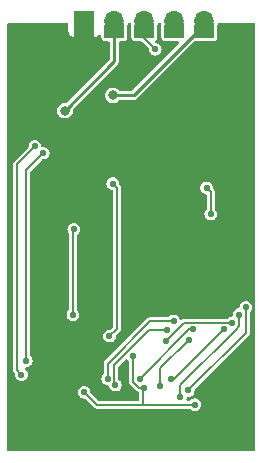
<source format=gbr>
%TF.GenerationSoftware,KiCad,Pcbnew,7.0.1*%
%TF.CreationDate,2024-03-13T19:30:43-07:00*%
%TF.ProjectId,camera_v1,63616d65-7261-45f7-9631-2e6b69636164,rev?*%
%TF.SameCoordinates,Original*%
%TF.FileFunction,Copper,L2,Bot*%
%TF.FilePolarity,Positive*%
%FSLAX46Y46*%
G04 Gerber Fmt 4.6, Leading zero omitted, Abs format (unit mm)*
G04 Created by KiCad (PCBNEW 7.0.1) date 2024-03-13 19:30:43*
%MOMM*%
%LPD*%
G01*
G04 APERTURE LIST*
%TA.AperFunction,ComponentPad*%
%ADD10R,1.700000X1.700000*%
%TD*%
%TA.AperFunction,ComponentPad*%
%ADD11O,1.700000X1.700000*%
%TD*%
%TA.AperFunction,ViaPad*%
%ADD12C,0.800000*%
%TD*%
%TA.AperFunction,ViaPad*%
%ADD13C,0.560000*%
%TD*%
%TA.AperFunction,Conductor*%
%ADD14C,0.152400*%
%TD*%
%TA.AperFunction,Conductor*%
%ADD15C,0.250000*%
%TD*%
G04 APERTURE END LIST*
D10*
%TO.P,J2,1,Pin_1*%
%TO.N,GND*%
X153690000Y-105660000D03*
D11*
%TO.P,J2,2,Pin_2*%
%TO.N,pwr_ctrl*%
X156230000Y-105660000D03*
%TO.P,J2,3,Pin_3*%
%TO.N,SDA1*%
X158770000Y-105660000D03*
%TO.P,J2,4,Pin_4*%
%TO.N,SCL1*%
X161310000Y-105660000D03*
%TO.P,J2,5,Pin_5*%
%TO.N,pwr_in*%
X163850000Y-105660000D03*
%TD*%
D12*
%TO.N,pwr_ctrl*%
X152050000Y-113250000D03*
%TO.N,GND*%
X152200000Y-115500000D03*
%TO.N,pwr_in*%
X156100000Y-111950000D03*
D13*
%TO.N,1.5V*%
X155814936Y-132336190D03*
X156100000Y-119420000D03*
%TO.N,+3V3*%
X153660000Y-137080000D03*
X158720000Y-136720000D03*
X157800000Y-134020498D03*
X163050000Y-138140000D03*
%TO.N,2.8V*%
X152721871Y-130542306D03*
X152790000Y-123300000D03*
%TO.N,VBUS_RESET {slash} PC*%
X166200000Y-131220000D03*
X160559894Y-132787623D03*
%TO.N,D9*%
X155662080Y-135956200D03*
X161260000Y-131050000D03*
%TO.N,D8*%
X160725819Y-131835819D03*
X156310000Y-136476482D03*
%TO.N,GND*%
X157244300Y-135782512D03*
X155900000Y-130730000D03*
X152080000Y-127190000D03*
X158400000Y-121690000D03*
X151450000Y-119510000D03*
X159060000Y-115880000D03*
X151290000Y-123420000D03*
X167180000Y-136720000D03*
X149540000Y-131190000D03*
X167440000Y-109020000D03*
X160930000Y-129440000D03*
%TO.N,ENABLE_BURN {slash} D7*%
X162880000Y-131749500D03*
X158355700Y-135950000D03*
%TO.N,D6*%
X162532876Y-132652876D03*
X160120000Y-136554840D03*
%TO.N,ENAB_RF {slash} D3*%
X164030000Y-119780000D03*
X164384300Y-122000027D03*
%TO.N,I2C_RESET {slash} D2*%
X165550000Y-131750000D03*
X161040860Y-135999140D03*
%TO.N,BURN_RELAY_A {slash} VS*%
X161810000Y-137520000D03*
X166800000Y-130510000D03*
%TO.N,HS*%
X162490000Y-136930000D03*
X167355700Y-129900000D03*
%TO.N,SDA1*%
X159692940Y-108052940D03*
X148760000Y-134430000D03*
X150200000Y-116835700D03*
%TO.N,SCL1*%
X148355000Y-135595000D03*
X149500000Y-116280000D03*
%TD*%
D14*
%TO.N,SCL1*%
X148001258Y-117778742D02*
X148001258Y-135241258D01*
X149500000Y-116280000D02*
X148001258Y-117778742D01*
X148001258Y-135241258D02*
X148355000Y-135595000D01*
%TO.N,SDA1*%
X148760000Y-118275700D02*
X148760000Y-134430000D01*
X150200000Y-116835700D02*
X148760000Y-118275700D01*
D15*
%TO.N,pwr_ctrl*%
X152050000Y-113250000D02*
X156230000Y-109070000D01*
X156230000Y-109070000D02*
X156230000Y-105975000D01*
%TO.N,pwr_in*%
X157875000Y-111950000D02*
X163850000Y-105975000D01*
X156100000Y-111950000D02*
X157875000Y-111950000D01*
D14*
%TO.N,1.5V*%
X155814936Y-132336190D02*
X156456200Y-131694926D01*
X156456200Y-131694926D02*
X156456200Y-119776200D01*
X156456200Y-119776200D02*
X156100000Y-119420000D01*
%TO.N,+3V3*%
X158339114Y-136720000D02*
X157800000Y-136180886D01*
X158720000Y-136720000D02*
X158670000Y-136770000D01*
X158670000Y-138140000D02*
X154720000Y-138140000D01*
X154720000Y-138140000D02*
X153660000Y-137080000D01*
X158670000Y-136770000D02*
X158670000Y-138140000D01*
X157800000Y-136180886D02*
X157800000Y-134020498D01*
X163050000Y-138140000D02*
X158670000Y-138140000D01*
X158720000Y-136720000D02*
X158339114Y-136720000D01*
%TO.N,2.8V*%
X152721871Y-123368129D02*
X152790000Y-123300000D01*
X152721871Y-130542306D02*
X152721871Y-123368129D01*
%TO.N,VBUS_RESET {slash} PC*%
X166173800Y-131193800D02*
X166200000Y-131220000D01*
X160559894Y-132787623D02*
X162153717Y-131193800D01*
X162153717Y-131193800D02*
X166173800Y-131193800D01*
%TO.N,D9*%
X155662080Y-135956200D02*
X155662080Y-134667920D01*
X159280000Y-131050000D02*
X161260000Y-131050000D01*
X155662080Y-134667920D02*
X159280000Y-131050000D01*
%TO.N,D8*%
X160725819Y-131835819D02*
X159198093Y-131835819D01*
X156218280Y-136384762D02*
X156310000Y-136476482D01*
X159198093Y-131835819D02*
X156218280Y-134815632D01*
X156218280Y-134815632D02*
X156218280Y-136384762D01*
%TO.N,ENABLE_BURN {slash} D7*%
X162556200Y-131749500D02*
X162880000Y-131749500D01*
X158355700Y-135950000D02*
X162556200Y-131749500D01*
%TO.N,D6*%
X160120000Y-135065752D02*
X162532876Y-132652876D01*
X160120000Y-136554840D02*
X160120000Y-135065752D01*
%TO.N,ENAB_RF {slash} D3*%
X164384300Y-122000027D02*
X164384300Y-120134300D01*
X164384300Y-120134300D02*
X164030000Y-119780000D01*
%TO.N,I2C_RESET {slash} D2*%
X161040860Y-135999140D02*
X161300860Y-135999140D01*
X161300860Y-135999140D02*
X165550000Y-131750000D01*
%TO.N,BURN_RELAY_A {slash} VS*%
X161810000Y-136500000D02*
X166520000Y-131790000D01*
X166800000Y-131510000D02*
X166800000Y-130510000D01*
X161810000Y-137520000D02*
X161810000Y-136500000D01*
X166520000Y-131790000D02*
X166800000Y-131510000D01*
%TO.N,HS*%
X167355700Y-132064300D02*
X167355700Y-129900000D01*
X162490000Y-136930000D02*
X167355700Y-132064300D01*
%TO.N,SDA1*%
X158770000Y-107130000D02*
X158770000Y-105853200D01*
X159692940Y-108052940D02*
X158770000Y-107130000D01*
%TD*%
%TA.AperFunction,Conductor*%
%TO.N,pwr_ctrl*%
G36*
X157018000Y-105867113D02*
G01*
X157063387Y-105912500D01*
X157080000Y-105974500D01*
X157080000Y-107006000D01*
X157063387Y-107068000D01*
X157018000Y-107113387D01*
X156956000Y-107130000D01*
X155504000Y-107130000D01*
X155442000Y-107113387D01*
X155396613Y-107068000D01*
X155380000Y-107006000D01*
X155380000Y-105974500D01*
X155396613Y-105912500D01*
X155442000Y-105867113D01*
X155504000Y-105850500D01*
X156956000Y-105850500D01*
X157018000Y-105867113D01*
G37*
%TD.AperFunction*%
%TD*%
%TA.AperFunction,Conductor*%
%TO.N,GND*%
G36*
X152278000Y-105867113D02*
G01*
X152323387Y-105912500D01*
X152340000Y-105974500D01*
X152340000Y-106557824D01*
X152346402Y-106617375D01*
X152396647Y-106752089D01*
X152482811Y-106867188D01*
X152597910Y-106953352D01*
X152732624Y-107003597D01*
X152792176Y-107010000D01*
X152840000Y-107010000D01*
X152840000Y-107130000D01*
X154540000Y-107130000D01*
X154540000Y-107010000D01*
X154587824Y-107010000D01*
X154647375Y-107003597D01*
X154782089Y-106953352D01*
X154897190Y-106867187D01*
X154897233Y-106867131D01*
X154944988Y-106828647D01*
X155005346Y-106817757D01*
X155063539Y-106837125D01*
X155105332Y-106882014D01*
X155120500Y-106941441D01*
X155120500Y-107006001D01*
X155129341Y-107073162D01*
X155129342Y-107073164D01*
X155145955Y-107135164D01*
X155171880Y-107197750D01*
X155213119Y-107251494D01*
X155258506Y-107296881D01*
X155312250Y-107338120D01*
X155374836Y-107364045D01*
X155436836Y-107380658D01*
X155470417Y-107385078D01*
X155503999Y-107389500D01*
X155504000Y-107389500D01*
X155726500Y-107389500D01*
X155788500Y-107406113D01*
X155833887Y-107451500D01*
X155850500Y-107513500D01*
X155850500Y-108861444D01*
X155841061Y-108908897D01*
X155814181Y-108949125D01*
X152204124Y-112559181D01*
X152163896Y-112586061D01*
X152116443Y-112595500D01*
X151970529Y-112595500D01*
X151939776Y-112603080D01*
X151816205Y-112633537D01*
X151675472Y-112707399D01*
X151556501Y-112812800D01*
X151466212Y-112943605D01*
X151409851Y-113092217D01*
X151390692Y-113250000D01*
X151409851Y-113407782D01*
X151466212Y-113556394D01*
X151466213Y-113556395D01*
X151556502Y-113687201D01*
X151664421Y-113782810D01*
X151675472Y-113792600D01*
X151816205Y-113866462D01*
X151816207Y-113866463D01*
X151970529Y-113904500D01*
X152129470Y-113904500D01*
X152129471Y-113904500D01*
X152283793Y-113866463D01*
X152424529Y-113792599D01*
X152543498Y-113687201D01*
X152633787Y-113556395D01*
X152690149Y-113407782D01*
X152709307Y-113250000D01*
X152703308Y-113200595D01*
X152709187Y-113145201D01*
X152738721Y-113097971D01*
X156461425Y-109375267D01*
X156481280Y-109359144D01*
X156490582Y-109353068D01*
X156510282Y-109327755D01*
X156520455Y-109316238D01*
X156520581Y-109316113D01*
X156532825Y-109298963D01*
X156535832Y-109294929D01*
X156568375Y-109253119D01*
X156568376Y-109253115D01*
X156573189Y-109246932D01*
X156573417Y-109246489D01*
X156590747Y-109188275D01*
X156592303Y-109183414D01*
X156609500Y-109133327D01*
X156609500Y-109133325D01*
X156612039Y-109125930D01*
X156612115Y-109125406D01*
X156609606Y-109064728D01*
X156609500Y-109059604D01*
X156609500Y-107513500D01*
X156626113Y-107451500D01*
X156671500Y-107406113D01*
X156733500Y-107389500D01*
X156956001Y-107389500D01*
X156978388Y-107386552D01*
X157023164Y-107380658D01*
X157085164Y-107364045D01*
X157147750Y-107338120D01*
X157201494Y-107296881D01*
X157246881Y-107251494D01*
X157288120Y-107197750D01*
X157314045Y-107135164D01*
X157330658Y-107073164D01*
X157336552Y-107028387D01*
X157339500Y-107006001D01*
X157339500Y-105974500D01*
X157356113Y-105912500D01*
X157401500Y-105867113D01*
X157463500Y-105850500D01*
X157536500Y-105850500D01*
X157598500Y-105867113D01*
X157643887Y-105912500D01*
X157660500Y-105974500D01*
X157660500Y-107006001D01*
X157669341Y-107073162D01*
X157669342Y-107073164D01*
X157685955Y-107135164D01*
X157711880Y-107197750D01*
X157753119Y-107251494D01*
X157798506Y-107296881D01*
X157852250Y-107338120D01*
X157914836Y-107364045D01*
X157976836Y-107380658D01*
X158010417Y-107385078D01*
X158043999Y-107389500D01*
X158044000Y-107389500D01*
X158510458Y-107389500D01*
X158557911Y-107398939D01*
X158598139Y-107425819D01*
X159118898Y-107946578D01*
X159148636Y-107994399D01*
X159154157Y-108050442D01*
X159153828Y-108052940D01*
X159172198Y-108192472D01*
X159226054Y-108322495D01*
X159311729Y-108434150D01*
X159423383Y-108519824D01*
X159423384Y-108519825D01*
X159553408Y-108573682D01*
X159692940Y-108592052D01*
X159832472Y-108573682D01*
X159962496Y-108519825D01*
X160074150Y-108434150D01*
X160159825Y-108322496D01*
X160213682Y-108192472D01*
X160232052Y-108052940D01*
X160213682Y-107913408D01*
X160159825Y-107783384D01*
X160074150Y-107671729D01*
X159962495Y-107586054D01*
X159832472Y-107532198D01*
X159789856Y-107526587D01*
X159735807Y-107505838D01*
X159697068Y-107462813D01*
X159682085Y-107406891D01*
X159694124Y-107350261D01*
X159730558Y-107305272D01*
X159741494Y-107296881D01*
X159786881Y-107251494D01*
X159828120Y-107197750D01*
X159854045Y-107135164D01*
X159870658Y-107073164D01*
X159876552Y-107028387D01*
X159879500Y-107006001D01*
X159879500Y-105974500D01*
X159896113Y-105912500D01*
X159941500Y-105867113D01*
X160003500Y-105850500D01*
X160076500Y-105850500D01*
X160138500Y-105867113D01*
X160183887Y-105912500D01*
X160200500Y-105974500D01*
X160200500Y-107006001D01*
X160209341Y-107073162D01*
X160209342Y-107073164D01*
X160225955Y-107135164D01*
X160251880Y-107197750D01*
X160293119Y-107251494D01*
X160338506Y-107296881D01*
X160392250Y-107338120D01*
X160454836Y-107364045D01*
X160516836Y-107380658D01*
X160550417Y-107385078D01*
X160583999Y-107389500D01*
X160584000Y-107389500D01*
X161599444Y-107389500D01*
X161655739Y-107403015D01*
X161699762Y-107440615D01*
X161721917Y-107494102D01*
X161717375Y-107551818D01*
X161687125Y-107601181D01*
X157754125Y-111534181D01*
X157713897Y-111561061D01*
X157666444Y-111570500D01*
X156698406Y-111570500D01*
X156640780Y-111556296D01*
X156596356Y-111516940D01*
X156593498Y-111512799D01*
X156474529Y-111407401D01*
X156474527Y-111407399D01*
X156333794Y-111333537D01*
X156256632Y-111314518D01*
X156179471Y-111295500D01*
X156020529Y-111295500D01*
X155969088Y-111308179D01*
X155866205Y-111333537D01*
X155725472Y-111407399D01*
X155606501Y-111512800D01*
X155516212Y-111643605D01*
X155459851Y-111792217D01*
X155440692Y-111950000D01*
X155459851Y-112107782D01*
X155516212Y-112256394D01*
X155538525Y-112288720D01*
X155606502Y-112387201D01*
X155714421Y-112482810D01*
X155725472Y-112492600D01*
X155852332Y-112559181D01*
X155866207Y-112566463D01*
X156020529Y-112604500D01*
X156179470Y-112604500D01*
X156179471Y-112604500D01*
X156333793Y-112566463D01*
X156474529Y-112492599D01*
X156593498Y-112387201D01*
X156596356Y-112383059D01*
X156640780Y-112343704D01*
X156698406Y-112329500D01*
X157822780Y-112329500D01*
X157848226Y-112332139D01*
X157849601Y-112332427D01*
X157859100Y-112334419D01*
X157890923Y-112330452D01*
X157906261Y-112329500D01*
X157906438Y-112329500D01*
X157906443Y-112329500D01*
X157927245Y-112326028D01*
X157932215Y-112325304D01*
X157984783Y-112318752D01*
X157984785Y-112318750D01*
X157992548Y-112317783D01*
X157993042Y-112317625D01*
X157999924Y-112313900D01*
X157999927Y-112313900D01*
X158046481Y-112288705D01*
X158050966Y-112286396D01*
X158098568Y-112263126D01*
X158098570Y-112263123D01*
X158105606Y-112259684D01*
X158106009Y-112259384D01*
X158111316Y-112253619D01*
X158147166Y-112214674D01*
X158150667Y-112211025D01*
X162946615Y-107415077D01*
X162994435Y-107385341D01*
X163050479Y-107379821D01*
X163056835Y-107380657D01*
X163056836Y-107380658D01*
X163084639Y-107384318D01*
X163123999Y-107389500D01*
X163124000Y-107389500D01*
X164576000Y-107389500D01*
X164576001Y-107389500D01*
X164598388Y-107386552D01*
X164643164Y-107380658D01*
X164705164Y-107364045D01*
X164767750Y-107338120D01*
X164821494Y-107296881D01*
X164866881Y-107251494D01*
X164908120Y-107197750D01*
X164934045Y-107135164D01*
X164950658Y-107073164D01*
X164956552Y-107028387D01*
X164959500Y-107006001D01*
X164959500Y-105974500D01*
X164976113Y-105912500D01*
X165021500Y-105867113D01*
X165083500Y-105850500D01*
X168035500Y-105850500D01*
X168097500Y-105867113D01*
X168142887Y-105912500D01*
X168159500Y-105974500D01*
X168159500Y-141945500D01*
X168142887Y-142007500D01*
X168097500Y-142052887D01*
X168035500Y-142069500D01*
X147274500Y-142069500D01*
X147212500Y-142052887D01*
X147167113Y-142007500D01*
X147150500Y-141945500D01*
X147150500Y-137080000D01*
X153120887Y-137080000D01*
X153139258Y-137219532D01*
X153193114Y-137349555D01*
X153278789Y-137461210D01*
X153390443Y-137546884D01*
X153390444Y-137546885D01*
X153520468Y-137600742D01*
X153660000Y-137619112D01*
X153662490Y-137618784D01*
X153718536Y-137624302D01*
X153766361Y-137654041D01*
X154472116Y-138359796D01*
X154479424Y-138367771D01*
X154504151Y-138397239D01*
X154537463Y-138416471D01*
X154546575Y-138422277D01*
X154578852Y-138444879D01*
X154604223Y-138455387D01*
X154605147Y-138455549D01*
X154605149Y-138455551D01*
X154643046Y-138462232D01*
X154653595Y-138464572D01*
X154690732Y-138474523D01*
X154690732Y-138474522D01*
X154690733Y-138474523D01*
X154729040Y-138471171D01*
X154739847Y-138470700D01*
X158611689Y-138470700D01*
X158641065Y-138470700D01*
X158698935Y-138470700D01*
X158728311Y-138470700D01*
X162568882Y-138470700D01*
X162623726Y-138483488D01*
X162667258Y-138519214D01*
X162668789Y-138521210D01*
X162780444Y-138606885D01*
X162910468Y-138660742D01*
X163031629Y-138676693D01*
X163049999Y-138679112D01*
X163049999Y-138679111D01*
X163050000Y-138679112D01*
X163189532Y-138660742D01*
X163319556Y-138606885D01*
X163431210Y-138521210D01*
X163516885Y-138409556D01*
X163570742Y-138279532D01*
X163589112Y-138140000D01*
X163570742Y-138000468D01*
X163516885Y-137870444D01*
X163462725Y-137799861D01*
X163431210Y-137758789D01*
X163319555Y-137673114D01*
X163189532Y-137619258D01*
X163050000Y-137600887D01*
X162910467Y-137619258D01*
X162780444Y-137673114D01*
X162668789Y-137758789D01*
X162667258Y-137760786D01*
X162623726Y-137796512D01*
X162568882Y-137809300D01*
X162452419Y-137809300D01*
X162385794Y-137789880D01*
X162340037Y-137737705D01*
X162329480Y-137669115D01*
X162336064Y-137619111D01*
X162341912Y-137574684D01*
X162366475Y-137515384D01*
X162417399Y-137476310D01*
X162481037Y-137467932D01*
X162489999Y-137469112D01*
X162489999Y-137469111D01*
X162490000Y-137469112D01*
X162629532Y-137450742D01*
X162759556Y-137396885D01*
X162871210Y-137311210D01*
X162956885Y-137199556D01*
X163010742Y-137069532D01*
X163029112Y-136930000D01*
X163028783Y-136927503D01*
X163034302Y-136871461D01*
X163064039Y-136823639D01*
X167575505Y-132312173D01*
X167583456Y-132304886D01*
X167612939Y-132280149D01*
X167632169Y-132246839D01*
X167637975Y-132237726D01*
X167660040Y-132206216D01*
X167660040Y-132206212D01*
X167660577Y-132205447D01*
X167671087Y-132180077D01*
X167671249Y-132179152D01*
X167671251Y-132179151D01*
X167677930Y-132141264D01*
X167680267Y-132130721D01*
X167690224Y-132093567D01*
X167686871Y-132055251D01*
X167686400Y-132044445D01*
X167686400Y-130381118D01*
X167699188Y-130326274D01*
X167734914Y-130282742D01*
X167736910Y-130281210D01*
X167768191Y-130240444D01*
X167822585Y-130169556D01*
X167876442Y-130039532D01*
X167894812Y-129900000D01*
X167876442Y-129760468D01*
X167822585Y-129630444D01*
X167736910Y-129518789D01*
X167625255Y-129433114D01*
X167495232Y-129379258D01*
X167355700Y-129360887D01*
X167216167Y-129379258D01*
X167086144Y-129433114D01*
X166974489Y-129518789D01*
X166888814Y-129630444D01*
X166834958Y-129760467D01*
X166819802Y-129875582D01*
X166801443Y-129926021D01*
X166763489Y-129963976D01*
X166713050Y-129982335D01*
X166660467Y-129989258D01*
X166530444Y-130043114D01*
X166418789Y-130128789D01*
X166333114Y-130240444D01*
X166279258Y-130370467D01*
X166260887Y-130510002D01*
X166265779Y-130547159D01*
X166257401Y-130610796D01*
X166218326Y-130661719D01*
X166159026Y-130686282D01*
X166060467Y-130699258D01*
X165930446Y-130753113D01*
X165903833Y-130773534D01*
X165820498Y-130837478D01*
X165784876Y-130856519D01*
X165745017Y-130863100D01*
X162173572Y-130863100D01*
X162162765Y-130862628D01*
X162159931Y-130862380D01*
X162124449Y-130859275D01*
X162087303Y-130869229D01*
X162076743Y-130871570D01*
X162037949Y-130878410D01*
X162012562Y-130888926D01*
X161980291Y-130911521D01*
X161971174Y-130917329D01*
X161942242Y-130934034D01*
X161874832Y-130950531D01*
X161809116Y-130928224D01*
X161765679Y-130874102D01*
X161726885Y-130780444D01*
X161726884Y-130780443D01*
X161726884Y-130780442D01*
X161641210Y-130668789D01*
X161529555Y-130583114D01*
X161399532Y-130529258D01*
X161260000Y-130510887D01*
X161120467Y-130529258D01*
X160990444Y-130583114D01*
X160878789Y-130668789D01*
X160877258Y-130670786D01*
X160833726Y-130706512D01*
X160778882Y-130719300D01*
X159299855Y-130719300D01*
X159289048Y-130718828D01*
X159286214Y-130718580D01*
X159250732Y-130715475D01*
X159213580Y-130725429D01*
X159203026Y-130727769D01*
X159164232Y-130734610D01*
X159138843Y-130745126D01*
X159106572Y-130767723D01*
X159097451Y-130773534D01*
X159064151Y-130792760D01*
X159039430Y-130822221D01*
X159032123Y-130830194D01*
X155442285Y-134420033D01*
X155434314Y-134427338D01*
X155404840Y-134452071D01*
X155385608Y-134485379D01*
X155379801Y-134494494D01*
X155357206Y-134526765D01*
X155346690Y-134552152D01*
X155339850Y-134590946D01*
X155337509Y-134601506D01*
X155327555Y-134638652D01*
X155330908Y-134676967D01*
X155331380Y-134687775D01*
X155331380Y-135475082D01*
X155318592Y-135529926D01*
X155282866Y-135573458D01*
X155280869Y-135574989D01*
X155195194Y-135686644D01*
X155141338Y-135816667D01*
X155122967Y-135956200D01*
X155141338Y-136095732D01*
X155195194Y-136225755D01*
X155280869Y-136337410D01*
X155382387Y-136415307D01*
X155392524Y-136423085D01*
X155522548Y-136476942D01*
X155662080Y-136495312D01*
X155678266Y-136497443D01*
X155677804Y-136500951D01*
X155712145Y-136505463D01*
X155763084Y-136544536D01*
X155787656Y-136603847D01*
X155789258Y-136616015D01*
X155843114Y-136746037D01*
X155928789Y-136857692D01*
X156019775Y-136927507D01*
X156040444Y-136943367D01*
X156170468Y-136997224D01*
X156310000Y-137015594D01*
X156449532Y-136997224D01*
X156579556Y-136943367D01*
X156691210Y-136857692D01*
X156776885Y-136746038D01*
X156830742Y-136616014D01*
X156849112Y-136476482D01*
X156830742Y-136336950D01*
X156776885Y-136206926D01*
X156751336Y-136173630D01*
X156691210Y-136095271D01*
X156597494Y-136023361D01*
X156561768Y-135979829D01*
X156548980Y-135924985D01*
X156548980Y-135003974D01*
X156558419Y-134956521D01*
X156585299Y-134916293D01*
X156690382Y-134811210D01*
X157180349Y-134321241D01*
X157241189Y-134287863D01*
X157310438Y-134292402D01*
X157366404Y-134333437D01*
X157418791Y-134401709D01*
X157420786Y-134403240D01*
X157456512Y-134446772D01*
X157469300Y-134501616D01*
X157469300Y-136161031D01*
X157468828Y-136171839D01*
X157465475Y-136210153D01*
X157475429Y-136247300D01*
X157477770Y-136257861D01*
X157484610Y-136296656D01*
X157495124Y-136322037D01*
X157517721Y-136354309D01*
X157523532Y-136363431D01*
X157536071Y-136385149D01*
X157542761Y-136396735D01*
X157564895Y-136415308D01*
X157572226Y-136421459D01*
X157580202Y-136428768D01*
X158091230Y-136939796D01*
X158098538Y-136947771D01*
X158123265Y-136977239D01*
X158156577Y-136996471D01*
X158165689Y-137002277D01*
X158197966Y-137024879D01*
X158223341Y-137035388D01*
X158224261Y-137035550D01*
X158224263Y-137035551D01*
X158233362Y-137037155D01*
X158236831Y-137037767D01*
X158289347Y-137060419D01*
X158326110Y-137104231D01*
X158339300Y-137159883D01*
X158339300Y-137685300D01*
X158322687Y-137747300D01*
X158277300Y-137792687D01*
X158215300Y-137809300D01*
X154908342Y-137809300D01*
X154860889Y-137799861D01*
X154820661Y-137772981D01*
X154234041Y-137186361D01*
X154204302Y-137138536D01*
X154198784Y-137082489D01*
X154199112Y-137080000D01*
X154180742Y-136940468D01*
X154126885Y-136810444D01*
X154077464Y-136746037D01*
X154041210Y-136698789D01*
X153929555Y-136613114D01*
X153799532Y-136559258D01*
X153660000Y-136540887D01*
X153520467Y-136559258D01*
X153390444Y-136613114D01*
X153278789Y-136698789D01*
X153193114Y-136810444D01*
X153139258Y-136940467D01*
X153120887Y-137080000D01*
X147150500Y-137080000D01*
X147150500Y-135270525D01*
X147666733Y-135270525D01*
X147676687Y-135307672D01*
X147679028Y-135318233D01*
X147685868Y-135357028D01*
X147696382Y-135382409D01*
X147718979Y-135414681D01*
X147724790Y-135423803D01*
X147744018Y-135457107D01*
X147772973Y-135481403D01*
X147808835Y-135531448D01*
X147816207Y-135592572D01*
X147815887Y-135594997D01*
X147834258Y-135734532D01*
X147888114Y-135864555D01*
X147973789Y-135976210D01*
X148035238Y-136023361D01*
X148085444Y-136061885D01*
X148215468Y-136115742D01*
X148355000Y-136134112D01*
X148494532Y-136115742D01*
X148624556Y-136061885D01*
X148736210Y-135976210D01*
X148821885Y-135864556D01*
X148875742Y-135734532D01*
X148894112Y-135595000D01*
X148875742Y-135455468D01*
X148821885Y-135325444D01*
X148736210Y-135213790D01*
X148705020Y-135189857D01*
X148668587Y-135144866D01*
X148656549Y-135088237D01*
X148671533Y-135032315D01*
X148710272Y-134989291D01*
X148764320Y-134968543D01*
X148899532Y-134950742D01*
X149029556Y-134896885D01*
X149141210Y-134811210D01*
X149226885Y-134699556D01*
X149280742Y-134569532D01*
X149299112Y-134430000D01*
X149280742Y-134290468D01*
X149226885Y-134160444D01*
X149226567Y-134160030D01*
X149141210Y-134048789D01*
X149139214Y-134047258D01*
X149103488Y-134003726D01*
X149090700Y-133948882D01*
X149090700Y-132336190D01*
X155275824Y-132336190D01*
X155294194Y-132475722D01*
X155348050Y-132605745D01*
X155433725Y-132717400D01*
X155531478Y-132792408D01*
X155545380Y-132803075D01*
X155675404Y-132856932D01*
X155814936Y-132875302D01*
X155954468Y-132856932D01*
X156084492Y-132803075D01*
X156196146Y-132717400D01*
X156281821Y-132605746D01*
X156335678Y-132475722D01*
X156354048Y-132336190D01*
X156353719Y-132333693D01*
X156359238Y-132277651D01*
X156388975Y-132229829D01*
X156676006Y-131942798D01*
X156683956Y-131935512D01*
X156713439Y-131910775D01*
X156732670Y-131877463D01*
X156738466Y-131868364D01*
X156760540Y-131836843D01*
X156760541Y-131836838D01*
X156761080Y-131836069D01*
X156771588Y-131810703D01*
X156778431Y-131771892D01*
X156780769Y-131761340D01*
X156790724Y-131724193D01*
X156787371Y-131685877D01*
X156786900Y-131675071D01*
X156786900Y-119796055D01*
X156787372Y-119785247D01*
X156787831Y-119779999D01*
X163490887Y-119779999D01*
X163509258Y-119919532D01*
X163563114Y-120049555D01*
X163648789Y-120161210D01*
X163760443Y-120246884D01*
X163760444Y-120246885D01*
X163890468Y-120300742D01*
X163937983Y-120306997D01*
X163945786Y-120308025D01*
X164000724Y-120329390D01*
X164039589Y-120373707D01*
X164053600Y-120430964D01*
X164053600Y-121518909D01*
X164040812Y-121573753D01*
X164005086Y-121617285D01*
X164003089Y-121618816D01*
X163917414Y-121730471D01*
X163863558Y-121860494D01*
X163845187Y-122000026D01*
X163863558Y-122139559D01*
X163917414Y-122269582D01*
X164003089Y-122381237D01*
X164114744Y-122466912D01*
X164244768Y-122520769D01*
X164384300Y-122539139D01*
X164523832Y-122520769D01*
X164653856Y-122466912D01*
X164765510Y-122381237D01*
X164851185Y-122269583D01*
X164905042Y-122139559D01*
X164923412Y-122000027D01*
X164905042Y-121860495D01*
X164851185Y-121730471D01*
X164851184Y-121730470D01*
X164765510Y-121618816D01*
X164763514Y-121617285D01*
X164727788Y-121573753D01*
X164715000Y-121518909D01*
X164715000Y-120154155D01*
X164715472Y-120143347D01*
X164718824Y-120105033D01*
X164708873Y-120067898D01*
X164706531Y-120057333D01*
X164699688Y-120018527D01*
X164689179Y-119993155D01*
X164688640Y-119992385D01*
X164688640Y-119992384D01*
X164666573Y-119960870D01*
X164660764Y-119951750D01*
X164658758Y-119948275D01*
X164641539Y-119918451D01*
X164612071Y-119893724D01*
X164604096Y-119886416D01*
X164604041Y-119886361D01*
X164574302Y-119838536D01*
X164568784Y-119782489D01*
X164569112Y-119780000D01*
X164550742Y-119640468D01*
X164496885Y-119510444D01*
X164411210Y-119398789D01*
X164299555Y-119313114D01*
X164169532Y-119259258D01*
X164030000Y-119240887D01*
X163890467Y-119259258D01*
X163760444Y-119313114D01*
X163648789Y-119398789D01*
X163563114Y-119510444D01*
X163509258Y-119640467D01*
X163490887Y-119779999D01*
X156787831Y-119779999D01*
X156790724Y-119746933D01*
X156780773Y-119709798D01*
X156778431Y-119699233D01*
X156771588Y-119660427D01*
X156761079Y-119635055D01*
X156760540Y-119634285D01*
X156760540Y-119634284D01*
X156738473Y-119602770D01*
X156732664Y-119593650D01*
X156713438Y-119560350D01*
X156683971Y-119535624D01*
X156675996Y-119528316D01*
X156674041Y-119526361D01*
X156644302Y-119478536D01*
X156638784Y-119422489D01*
X156639112Y-119420000D01*
X156620742Y-119280468D01*
X156566885Y-119150444D01*
X156481210Y-119038789D01*
X156369555Y-118953114D01*
X156239532Y-118899258D01*
X156100000Y-118880887D01*
X155960467Y-118899258D01*
X155830444Y-118953114D01*
X155718789Y-119038789D01*
X155633114Y-119150444D01*
X155579258Y-119280467D01*
X155560887Y-119419999D01*
X155579258Y-119559532D01*
X155633114Y-119689555D01*
X155718789Y-119801210D01*
X155829761Y-119886361D01*
X155830444Y-119886885D01*
X155960468Y-119940742D01*
X156017686Y-119948275D01*
X156072624Y-119969639D01*
X156111489Y-120013957D01*
X156125500Y-120071214D01*
X156125500Y-131506584D01*
X156116061Y-131554037D01*
X156089183Y-131594262D01*
X155959254Y-131724191D01*
X155921296Y-131762149D01*
X155873474Y-131791886D01*
X155817431Y-131797406D01*
X155814937Y-131797077D01*
X155675403Y-131815448D01*
X155545380Y-131869304D01*
X155433725Y-131954979D01*
X155348050Y-132066634D01*
X155294194Y-132196657D01*
X155288788Y-132237716D01*
X155275824Y-132336190D01*
X149090700Y-132336190D01*
X149090700Y-130542306D01*
X152182758Y-130542306D01*
X152201129Y-130681838D01*
X152254985Y-130811861D01*
X152340660Y-130923516D01*
X152452315Y-131009191D01*
X152582339Y-131063048D01*
X152721871Y-131081418D01*
X152861403Y-131063048D01*
X152991427Y-131009191D01*
X153103081Y-130923516D01*
X153188756Y-130811862D01*
X153242613Y-130681838D01*
X153260983Y-130542306D01*
X153242613Y-130402774D01*
X153188756Y-130272750D01*
X153109573Y-130169556D01*
X153103081Y-130161095D01*
X153101085Y-130159564D01*
X153065359Y-130116032D01*
X153052571Y-130061188D01*
X153052571Y-123833395D01*
X153065359Y-123778551D01*
X153101085Y-123735019D01*
X153171210Y-123681210D01*
X153188829Y-123658248D01*
X153256885Y-123569556D01*
X153310742Y-123439532D01*
X153329112Y-123300000D01*
X153310742Y-123160468D01*
X153256885Y-123030444D01*
X153171210Y-122918789D01*
X153059555Y-122833114D01*
X152929532Y-122779258D01*
X152790000Y-122760887D01*
X152650467Y-122779258D01*
X152520444Y-122833114D01*
X152408789Y-122918789D01*
X152323114Y-123030444D01*
X152269258Y-123160467D01*
X152250887Y-123300000D01*
X152269258Y-123439532D01*
X152323114Y-123569555D01*
X152365547Y-123624855D01*
X152384590Y-123660483D01*
X152391171Y-123700341D01*
X152391171Y-130061188D01*
X152378383Y-130116032D01*
X152342657Y-130159564D01*
X152340660Y-130161095D01*
X152254985Y-130272750D01*
X152201129Y-130402773D01*
X152182758Y-130542306D01*
X149090700Y-130542306D01*
X149090700Y-118464042D01*
X149100139Y-118416589D01*
X149127019Y-118376361D01*
X149355327Y-118148053D01*
X150093639Y-117409739D01*
X150141461Y-117380002D01*
X150197503Y-117374483D01*
X150200000Y-117374812D01*
X150339532Y-117356442D01*
X150469556Y-117302585D01*
X150581210Y-117216910D01*
X150666885Y-117105256D01*
X150720742Y-116975232D01*
X150739112Y-116835700D01*
X150720742Y-116696168D01*
X150666885Y-116566144D01*
X150666884Y-116566143D01*
X150581210Y-116454489D01*
X150469555Y-116368814D01*
X150339532Y-116314958D01*
X150199998Y-116296587D01*
X150166937Y-116300940D01*
X150103300Y-116292562D01*
X150052377Y-116253487D01*
X150027814Y-116194186D01*
X150020742Y-116140468D01*
X149966885Y-116010444D01*
X149881210Y-115898789D01*
X149769555Y-115813114D01*
X149639532Y-115759258D01*
X149500000Y-115740887D01*
X149360467Y-115759258D01*
X149230444Y-115813114D01*
X149118789Y-115898789D01*
X149033114Y-116010444D01*
X148979258Y-116140467D01*
X148960888Y-116280000D01*
X148961216Y-116282495D01*
X148955696Y-116338538D01*
X148925958Y-116386360D01*
X147781463Y-117530855D01*
X147773492Y-117538160D01*
X147744018Y-117562893D01*
X147724786Y-117596201D01*
X147718979Y-117605316D01*
X147696384Y-117637587D01*
X147685868Y-117662974D01*
X147679028Y-117701768D01*
X147676687Y-117712328D01*
X147666733Y-117749474D01*
X147670086Y-117787789D01*
X147670558Y-117798597D01*
X147670558Y-135221403D01*
X147670086Y-135232211D01*
X147666733Y-135270525D01*
X147150500Y-135270525D01*
X147150500Y-105974500D01*
X147167113Y-105912500D01*
X147212500Y-105867113D01*
X147274500Y-105850500D01*
X152216000Y-105850500D01*
X152278000Y-105867113D01*
G37*
%TD.AperFunction*%
%TD*%
%TA.AperFunction,Conductor*%
%TO.N,SDA1*%
G36*
X159558000Y-105867113D02*
G01*
X159603387Y-105912500D01*
X159620000Y-105974500D01*
X159620000Y-107006000D01*
X159603387Y-107068000D01*
X159558000Y-107113387D01*
X159496000Y-107130000D01*
X158044000Y-107130000D01*
X157982000Y-107113387D01*
X157936613Y-107068000D01*
X157920000Y-107006000D01*
X157920000Y-105974500D01*
X157936613Y-105912500D01*
X157982000Y-105867113D01*
X158044000Y-105850500D01*
X159496000Y-105850500D01*
X159558000Y-105867113D01*
G37*
%TD.AperFunction*%
%TD*%
%TA.AperFunction,Conductor*%
%TO.N,SCL1*%
G36*
X162098000Y-105867113D02*
G01*
X162143387Y-105912500D01*
X162160000Y-105974500D01*
X162160000Y-107006000D01*
X162143387Y-107068000D01*
X162098000Y-107113387D01*
X162036000Y-107130000D01*
X160584000Y-107130000D01*
X160522000Y-107113387D01*
X160476613Y-107068000D01*
X160460000Y-107006000D01*
X160460000Y-105974500D01*
X160476613Y-105912500D01*
X160522000Y-105867113D01*
X160584000Y-105850500D01*
X162036000Y-105850500D01*
X162098000Y-105867113D01*
G37*
%TD.AperFunction*%
%TD*%
%TA.AperFunction,Conductor*%
%TO.N,GND*%
G36*
X154540000Y-107130000D02*
G01*
X152840000Y-107130000D01*
X152840000Y-105850500D01*
X154540000Y-105850500D01*
X154540000Y-107130000D01*
G37*
%TD.AperFunction*%
%TD*%
%TA.AperFunction,Conductor*%
%TO.N,pwr_in*%
G36*
X164638000Y-105867113D02*
G01*
X164683387Y-105912500D01*
X164700000Y-105974500D01*
X164700000Y-107006000D01*
X164683387Y-107068000D01*
X164638000Y-107113387D01*
X164576000Y-107130000D01*
X163124000Y-107130000D01*
X163062000Y-107113387D01*
X163016613Y-107068000D01*
X163000000Y-107006000D01*
X163000000Y-105974500D01*
X163016613Y-105912500D01*
X163062000Y-105867113D01*
X163124000Y-105850500D01*
X164576000Y-105850500D01*
X164638000Y-105867113D01*
G37*
%TD.AperFunction*%
%TD*%
M02*

</source>
